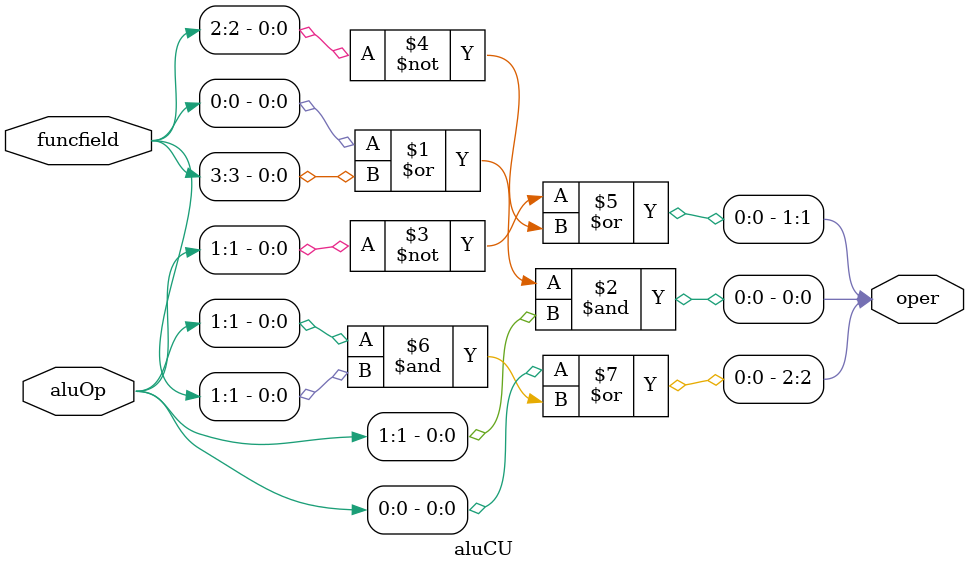
<source format=v>
module aluCU( oper, aluOp, funcfield );
    
    input [1:0] aluOp;
    input [3:0] funcfield;
    output [2:0] oper;

    assign oper[0] = (funcfield[0] | funcfield[3]) & aluOp[1];
    assign oper[1] = ((~aluOp[1]) | (~funcfield[2]));
    assign oper[2] = (aluOp[0] | ( aluOp[1] & funcfield[1] ));

endmodule
</source>
